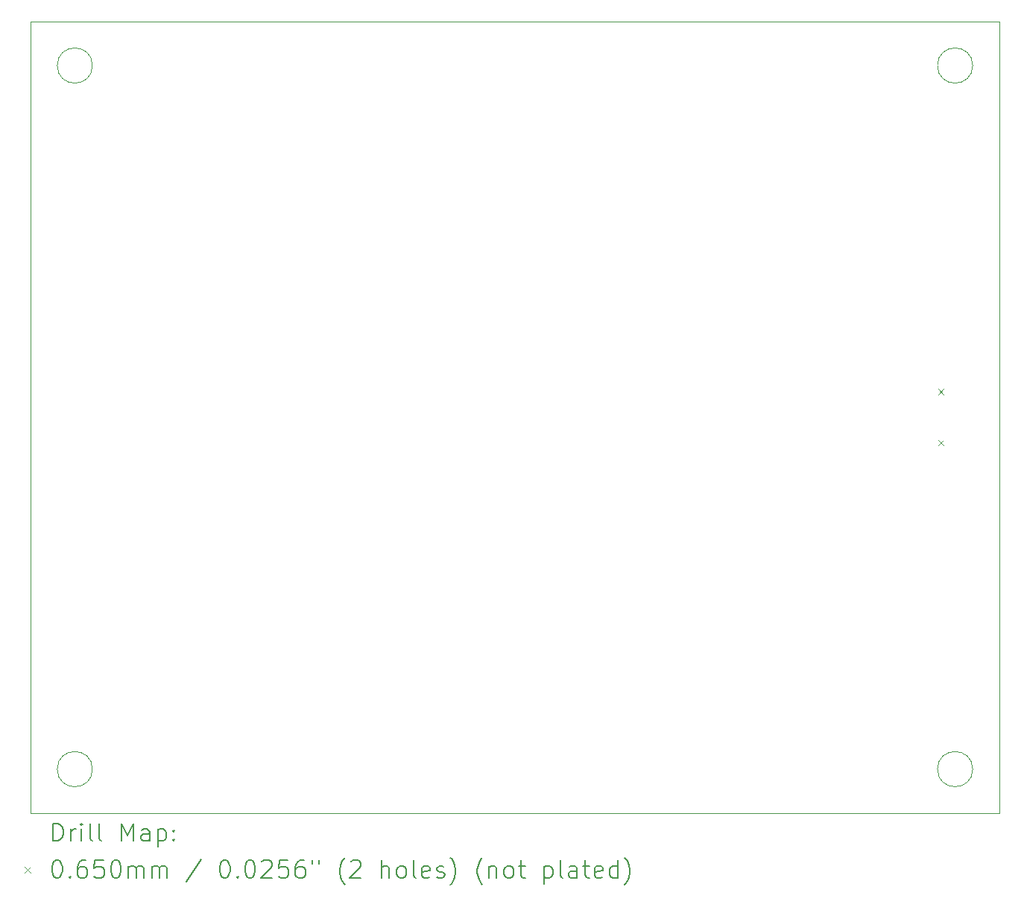
<source format=gbr>
%TF.GenerationSoftware,KiCad,Pcbnew,(6.0.10-0)*%
%TF.CreationDate,2023-01-31T00:07:47+01:00*%
%TF.ProjectId,breast-module-proto-v1,62726561-7374-42d6-9d6f-64756c652d70,Proto V1*%
%TF.SameCoordinates,Original*%
%TF.FileFunction,Drillmap*%
%TF.FilePolarity,Positive*%
%FSLAX45Y45*%
G04 Gerber Fmt 4.5, Leading zero omitted, Abs format (unit mm)*
G04 Created by KiCad (PCBNEW (6.0.10-0)) date 2023-01-31 00:07:47*
%MOMM*%
%LPD*%
G01*
G04 APERTURE LIST*
%ADD10C,0.100000*%
%ADD11C,0.200000*%
%ADD12C,0.065000*%
G04 APERTURE END LIST*
D10*
X19750000Y-5650000D02*
G75*
G03*
X19750000Y-5650000I-200000J0D01*
G01*
X9050000Y-14150000D02*
X20050000Y-14150000D01*
X20050000Y-14150000D02*
X20050000Y-5150000D01*
X20050000Y-5150000D02*
X9050000Y-5150000D01*
X9050000Y-5150000D02*
X9050000Y-14150000D01*
X9750000Y-13650000D02*
G75*
G03*
X9750000Y-13650000I-200000J0D01*
G01*
X19750000Y-13650000D02*
G75*
G03*
X19750000Y-13650000I-200000J0D01*
G01*
X9750000Y-5650000D02*
G75*
G03*
X9750000Y-5650000I-200000J0D01*
G01*
D11*
D12*
X19357500Y-9328500D02*
X19422500Y-9393500D01*
X19422500Y-9328500D02*
X19357500Y-9393500D01*
X19357500Y-9906500D02*
X19422500Y-9971500D01*
X19422500Y-9906500D02*
X19357500Y-9971500D01*
D11*
X9302619Y-14465476D02*
X9302619Y-14265476D01*
X9350238Y-14265476D01*
X9378810Y-14275000D01*
X9397857Y-14294048D01*
X9407381Y-14313095D01*
X9416905Y-14351190D01*
X9416905Y-14379762D01*
X9407381Y-14417857D01*
X9397857Y-14436905D01*
X9378810Y-14455952D01*
X9350238Y-14465476D01*
X9302619Y-14465476D01*
X9502619Y-14465476D02*
X9502619Y-14332143D01*
X9502619Y-14370238D02*
X9512143Y-14351190D01*
X9521667Y-14341667D01*
X9540714Y-14332143D01*
X9559762Y-14332143D01*
X9626429Y-14465476D02*
X9626429Y-14332143D01*
X9626429Y-14265476D02*
X9616905Y-14275000D01*
X9626429Y-14284524D01*
X9635952Y-14275000D01*
X9626429Y-14265476D01*
X9626429Y-14284524D01*
X9750238Y-14465476D02*
X9731190Y-14455952D01*
X9721667Y-14436905D01*
X9721667Y-14265476D01*
X9855000Y-14465476D02*
X9835952Y-14455952D01*
X9826429Y-14436905D01*
X9826429Y-14265476D01*
X10083571Y-14465476D02*
X10083571Y-14265476D01*
X10150238Y-14408333D01*
X10216905Y-14265476D01*
X10216905Y-14465476D01*
X10397857Y-14465476D02*
X10397857Y-14360714D01*
X10388333Y-14341667D01*
X10369286Y-14332143D01*
X10331190Y-14332143D01*
X10312143Y-14341667D01*
X10397857Y-14455952D02*
X10378810Y-14465476D01*
X10331190Y-14465476D01*
X10312143Y-14455952D01*
X10302619Y-14436905D01*
X10302619Y-14417857D01*
X10312143Y-14398809D01*
X10331190Y-14389286D01*
X10378810Y-14389286D01*
X10397857Y-14379762D01*
X10493095Y-14332143D02*
X10493095Y-14532143D01*
X10493095Y-14341667D02*
X10512143Y-14332143D01*
X10550238Y-14332143D01*
X10569286Y-14341667D01*
X10578810Y-14351190D01*
X10588333Y-14370238D01*
X10588333Y-14427381D01*
X10578810Y-14446428D01*
X10569286Y-14455952D01*
X10550238Y-14465476D01*
X10512143Y-14465476D01*
X10493095Y-14455952D01*
X10674048Y-14446428D02*
X10683571Y-14455952D01*
X10674048Y-14465476D01*
X10664524Y-14455952D01*
X10674048Y-14446428D01*
X10674048Y-14465476D01*
X10674048Y-14341667D02*
X10683571Y-14351190D01*
X10674048Y-14360714D01*
X10664524Y-14351190D01*
X10674048Y-14341667D01*
X10674048Y-14360714D01*
D12*
X8980000Y-14762500D02*
X9045000Y-14827500D01*
X9045000Y-14762500D02*
X8980000Y-14827500D01*
D11*
X9340714Y-14685476D02*
X9359762Y-14685476D01*
X9378810Y-14695000D01*
X9388333Y-14704524D01*
X9397857Y-14723571D01*
X9407381Y-14761667D01*
X9407381Y-14809286D01*
X9397857Y-14847381D01*
X9388333Y-14866428D01*
X9378810Y-14875952D01*
X9359762Y-14885476D01*
X9340714Y-14885476D01*
X9321667Y-14875952D01*
X9312143Y-14866428D01*
X9302619Y-14847381D01*
X9293095Y-14809286D01*
X9293095Y-14761667D01*
X9302619Y-14723571D01*
X9312143Y-14704524D01*
X9321667Y-14695000D01*
X9340714Y-14685476D01*
X9493095Y-14866428D02*
X9502619Y-14875952D01*
X9493095Y-14885476D01*
X9483571Y-14875952D01*
X9493095Y-14866428D01*
X9493095Y-14885476D01*
X9674048Y-14685476D02*
X9635952Y-14685476D01*
X9616905Y-14695000D01*
X9607381Y-14704524D01*
X9588333Y-14733095D01*
X9578810Y-14771190D01*
X9578810Y-14847381D01*
X9588333Y-14866428D01*
X9597857Y-14875952D01*
X9616905Y-14885476D01*
X9655000Y-14885476D01*
X9674048Y-14875952D01*
X9683571Y-14866428D01*
X9693095Y-14847381D01*
X9693095Y-14799762D01*
X9683571Y-14780714D01*
X9674048Y-14771190D01*
X9655000Y-14761667D01*
X9616905Y-14761667D01*
X9597857Y-14771190D01*
X9588333Y-14780714D01*
X9578810Y-14799762D01*
X9874048Y-14685476D02*
X9778810Y-14685476D01*
X9769286Y-14780714D01*
X9778810Y-14771190D01*
X9797857Y-14761667D01*
X9845476Y-14761667D01*
X9864524Y-14771190D01*
X9874048Y-14780714D01*
X9883571Y-14799762D01*
X9883571Y-14847381D01*
X9874048Y-14866428D01*
X9864524Y-14875952D01*
X9845476Y-14885476D01*
X9797857Y-14885476D01*
X9778810Y-14875952D01*
X9769286Y-14866428D01*
X10007381Y-14685476D02*
X10026429Y-14685476D01*
X10045476Y-14695000D01*
X10055000Y-14704524D01*
X10064524Y-14723571D01*
X10074048Y-14761667D01*
X10074048Y-14809286D01*
X10064524Y-14847381D01*
X10055000Y-14866428D01*
X10045476Y-14875952D01*
X10026429Y-14885476D01*
X10007381Y-14885476D01*
X9988333Y-14875952D01*
X9978810Y-14866428D01*
X9969286Y-14847381D01*
X9959762Y-14809286D01*
X9959762Y-14761667D01*
X9969286Y-14723571D01*
X9978810Y-14704524D01*
X9988333Y-14695000D01*
X10007381Y-14685476D01*
X10159762Y-14885476D02*
X10159762Y-14752143D01*
X10159762Y-14771190D02*
X10169286Y-14761667D01*
X10188333Y-14752143D01*
X10216905Y-14752143D01*
X10235952Y-14761667D01*
X10245476Y-14780714D01*
X10245476Y-14885476D01*
X10245476Y-14780714D02*
X10255000Y-14761667D01*
X10274048Y-14752143D01*
X10302619Y-14752143D01*
X10321667Y-14761667D01*
X10331190Y-14780714D01*
X10331190Y-14885476D01*
X10426429Y-14885476D02*
X10426429Y-14752143D01*
X10426429Y-14771190D02*
X10435952Y-14761667D01*
X10455000Y-14752143D01*
X10483571Y-14752143D01*
X10502619Y-14761667D01*
X10512143Y-14780714D01*
X10512143Y-14885476D01*
X10512143Y-14780714D02*
X10521667Y-14761667D01*
X10540714Y-14752143D01*
X10569286Y-14752143D01*
X10588333Y-14761667D01*
X10597857Y-14780714D01*
X10597857Y-14885476D01*
X10988333Y-14675952D02*
X10816905Y-14933095D01*
X11245476Y-14685476D02*
X11264524Y-14685476D01*
X11283571Y-14695000D01*
X11293095Y-14704524D01*
X11302619Y-14723571D01*
X11312143Y-14761667D01*
X11312143Y-14809286D01*
X11302619Y-14847381D01*
X11293095Y-14866428D01*
X11283571Y-14875952D01*
X11264524Y-14885476D01*
X11245476Y-14885476D01*
X11226428Y-14875952D01*
X11216905Y-14866428D01*
X11207381Y-14847381D01*
X11197857Y-14809286D01*
X11197857Y-14761667D01*
X11207381Y-14723571D01*
X11216905Y-14704524D01*
X11226428Y-14695000D01*
X11245476Y-14685476D01*
X11397857Y-14866428D02*
X11407381Y-14875952D01*
X11397857Y-14885476D01*
X11388333Y-14875952D01*
X11397857Y-14866428D01*
X11397857Y-14885476D01*
X11531190Y-14685476D02*
X11550238Y-14685476D01*
X11569286Y-14695000D01*
X11578809Y-14704524D01*
X11588333Y-14723571D01*
X11597857Y-14761667D01*
X11597857Y-14809286D01*
X11588333Y-14847381D01*
X11578809Y-14866428D01*
X11569286Y-14875952D01*
X11550238Y-14885476D01*
X11531190Y-14885476D01*
X11512143Y-14875952D01*
X11502619Y-14866428D01*
X11493095Y-14847381D01*
X11483571Y-14809286D01*
X11483571Y-14761667D01*
X11493095Y-14723571D01*
X11502619Y-14704524D01*
X11512143Y-14695000D01*
X11531190Y-14685476D01*
X11674048Y-14704524D02*
X11683571Y-14695000D01*
X11702619Y-14685476D01*
X11750238Y-14685476D01*
X11769286Y-14695000D01*
X11778809Y-14704524D01*
X11788333Y-14723571D01*
X11788333Y-14742619D01*
X11778809Y-14771190D01*
X11664524Y-14885476D01*
X11788333Y-14885476D01*
X11969286Y-14685476D02*
X11874048Y-14685476D01*
X11864524Y-14780714D01*
X11874048Y-14771190D01*
X11893095Y-14761667D01*
X11940714Y-14761667D01*
X11959762Y-14771190D01*
X11969286Y-14780714D01*
X11978809Y-14799762D01*
X11978809Y-14847381D01*
X11969286Y-14866428D01*
X11959762Y-14875952D01*
X11940714Y-14885476D01*
X11893095Y-14885476D01*
X11874048Y-14875952D01*
X11864524Y-14866428D01*
X12150238Y-14685476D02*
X12112143Y-14685476D01*
X12093095Y-14695000D01*
X12083571Y-14704524D01*
X12064524Y-14733095D01*
X12055000Y-14771190D01*
X12055000Y-14847381D01*
X12064524Y-14866428D01*
X12074048Y-14875952D01*
X12093095Y-14885476D01*
X12131190Y-14885476D01*
X12150238Y-14875952D01*
X12159762Y-14866428D01*
X12169286Y-14847381D01*
X12169286Y-14799762D01*
X12159762Y-14780714D01*
X12150238Y-14771190D01*
X12131190Y-14761667D01*
X12093095Y-14761667D01*
X12074048Y-14771190D01*
X12064524Y-14780714D01*
X12055000Y-14799762D01*
X12245476Y-14685476D02*
X12245476Y-14723571D01*
X12321667Y-14685476D02*
X12321667Y-14723571D01*
X12616905Y-14961667D02*
X12607381Y-14952143D01*
X12588333Y-14923571D01*
X12578809Y-14904524D01*
X12569286Y-14875952D01*
X12559762Y-14828333D01*
X12559762Y-14790238D01*
X12569286Y-14742619D01*
X12578809Y-14714048D01*
X12588333Y-14695000D01*
X12607381Y-14666428D01*
X12616905Y-14656905D01*
X12683571Y-14704524D02*
X12693095Y-14695000D01*
X12712143Y-14685476D01*
X12759762Y-14685476D01*
X12778809Y-14695000D01*
X12788333Y-14704524D01*
X12797857Y-14723571D01*
X12797857Y-14742619D01*
X12788333Y-14771190D01*
X12674048Y-14885476D01*
X12797857Y-14885476D01*
X13035952Y-14885476D02*
X13035952Y-14685476D01*
X13121667Y-14885476D02*
X13121667Y-14780714D01*
X13112143Y-14761667D01*
X13093095Y-14752143D01*
X13064524Y-14752143D01*
X13045476Y-14761667D01*
X13035952Y-14771190D01*
X13245476Y-14885476D02*
X13226428Y-14875952D01*
X13216905Y-14866428D01*
X13207381Y-14847381D01*
X13207381Y-14790238D01*
X13216905Y-14771190D01*
X13226428Y-14761667D01*
X13245476Y-14752143D01*
X13274048Y-14752143D01*
X13293095Y-14761667D01*
X13302619Y-14771190D01*
X13312143Y-14790238D01*
X13312143Y-14847381D01*
X13302619Y-14866428D01*
X13293095Y-14875952D01*
X13274048Y-14885476D01*
X13245476Y-14885476D01*
X13426428Y-14885476D02*
X13407381Y-14875952D01*
X13397857Y-14856905D01*
X13397857Y-14685476D01*
X13578809Y-14875952D02*
X13559762Y-14885476D01*
X13521667Y-14885476D01*
X13502619Y-14875952D01*
X13493095Y-14856905D01*
X13493095Y-14780714D01*
X13502619Y-14761667D01*
X13521667Y-14752143D01*
X13559762Y-14752143D01*
X13578809Y-14761667D01*
X13588333Y-14780714D01*
X13588333Y-14799762D01*
X13493095Y-14818809D01*
X13664524Y-14875952D02*
X13683571Y-14885476D01*
X13721667Y-14885476D01*
X13740714Y-14875952D01*
X13750238Y-14856905D01*
X13750238Y-14847381D01*
X13740714Y-14828333D01*
X13721667Y-14818809D01*
X13693095Y-14818809D01*
X13674048Y-14809286D01*
X13664524Y-14790238D01*
X13664524Y-14780714D01*
X13674048Y-14761667D01*
X13693095Y-14752143D01*
X13721667Y-14752143D01*
X13740714Y-14761667D01*
X13816905Y-14961667D02*
X13826428Y-14952143D01*
X13845476Y-14923571D01*
X13855000Y-14904524D01*
X13864524Y-14875952D01*
X13874048Y-14828333D01*
X13874048Y-14790238D01*
X13864524Y-14742619D01*
X13855000Y-14714048D01*
X13845476Y-14695000D01*
X13826428Y-14666428D01*
X13816905Y-14656905D01*
X14178809Y-14961667D02*
X14169286Y-14952143D01*
X14150238Y-14923571D01*
X14140714Y-14904524D01*
X14131190Y-14875952D01*
X14121667Y-14828333D01*
X14121667Y-14790238D01*
X14131190Y-14742619D01*
X14140714Y-14714048D01*
X14150238Y-14695000D01*
X14169286Y-14666428D01*
X14178809Y-14656905D01*
X14255000Y-14752143D02*
X14255000Y-14885476D01*
X14255000Y-14771190D02*
X14264524Y-14761667D01*
X14283571Y-14752143D01*
X14312143Y-14752143D01*
X14331190Y-14761667D01*
X14340714Y-14780714D01*
X14340714Y-14885476D01*
X14464524Y-14885476D02*
X14445476Y-14875952D01*
X14435952Y-14866428D01*
X14426428Y-14847381D01*
X14426428Y-14790238D01*
X14435952Y-14771190D01*
X14445476Y-14761667D01*
X14464524Y-14752143D01*
X14493095Y-14752143D01*
X14512143Y-14761667D01*
X14521667Y-14771190D01*
X14531190Y-14790238D01*
X14531190Y-14847381D01*
X14521667Y-14866428D01*
X14512143Y-14875952D01*
X14493095Y-14885476D01*
X14464524Y-14885476D01*
X14588333Y-14752143D02*
X14664524Y-14752143D01*
X14616905Y-14685476D02*
X14616905Y-14856905D01*
X14626428Y-14875952D01*
X14645476Y-14885476D01*
X14664524Y-14885476D01*
X14883571Y-14752143D02*
X14883571Y-14952143D01*
X14883571Y-14761667D02*
X14902619Y-14752143D01*
X14940714Y-14752143D01*
X14959762Y-14761667D01*
X14969286Y-14771190D01*
X14978809Y-14790238D01*
X14978809Y-14847381D01*
X14969286Y-14866428D01*
X14959762Y-14875952D01*
X14940714Y-14885476D01*
X14902619Y-14885476D01*
X14883571Y-14875952D01*
X15093095Y-14885476D02*
X15074048Y-14875952D01*
X15064524Y-14856905D01*
X15064524Y-14685476D01*
X15255000Y-14885476D02*
X15255000Y-14780714D01*
X15245476Y-14761667D01*
X15226428Y-14752143D01*
X15188333Y-14752143D01*
X15169286Y-14761667D01*
X15255000Y-14875952D02*
X15235952Y-14885476D01*
X15188333Y-14885476D01*
X15169286Y-14875952D01*
X15159762Y-14856905D01*
X15159762Y-14837857D01*
X15169286Y-14818809D01*
X15188333Y-14809286D01*
X15235952Y-14809286D01*
X15255000Y-14799762D01*
X15321667Y-14752143D02*
X15397857Y-14752143D01*
X15350238Y-14685476D02*
X15350238Y-14856905D01*
X15359762Y-14875952D01*
X15378809Y-14885476D01*
X15397857Y-14885476D01*
X15540714Y-14875952D02*
X15521667Y-14885476D01*
X15483571Y-14885476D01*
X15464524Y-14875952D01*
X15455000Y-14856905D01*
X15455000Y-14780714D01*
X15464524Y-14761667D01*
X15483571Y-14752143D01*
X15521667Y-14752143D01*
X15540714Y-14761667D01*
X15550238Y-14780714D01*
X15550238Y-14799762D01*
X15455000Y-14818809D01*
X15721667Y-14885476D02*
X15721667Y-14685476D01*
X15721667Y-14875952D02*
X15702619Y-14885476D01*
X15664524Y-14885476D01*
X15645476Y-14875952D01*
X15635952Y-14866428D01*
X15626428Y-14847381D01*
X15626428Y-14790238D01*
X15635952Y-14771190D01*
X15645476Y-14761667D01*
X15664524Y-14752143D01*
X15702619Y-14752143D01*
X15721667Y-14761667D01*
X15797857Y-14961667D02*
X15807381Y-14952143D01*
X15826428Y-14923571D01*
X15835952Y-14904524D01*
X15845476Y-14875952D01*
X15855000Y-14828333D01*
X15855000Y-14790238D01*
X15845476Y-14742619D01*
X15835952Y-14714048D01*
X15826428Y-14695000D01*
X15807381Y-14666428D01*
X15797857Y-14656905D01*
M02*

</source>
